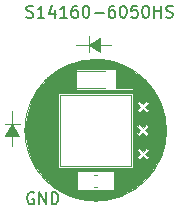
<source format=gbr>
%TF.GenerationSoftware,KiCad,Pcbnew,8.0.2-1*%
%TF.CreationDate,2024-08-19T13:09:19-04:00*%
%TF.ProjectId,Untitled,556e7469-746c-4656-942e-6b696361645f,rev?*%
%TF.SameCoordinates,Original*%
%TF.FileFunction,Legend,Top*%
%TF.FilePolarity,Positive*%
%FSLAX46Y46*%
G04 Gerber Fmt 4.6, Leading zero omitted, Abs format (unit mm)*
G04 Created by KiCad (PCBNEW 8.0.2-1) date 2024-08-19 13:09:19*
%MOMM*%
%LPD*%
G01*
G04 APERTURE LIST*
%ADD10C,0.150000*%
%ADD11C,0.120000*%
%ADD12C,0.200000*%
G04 APERTURE END LIST*
D10*
X97889160Y-48422200D02*
X98032017Y-48469819D01*
X98032017Y-48469819D02*
X98270112Y-48469819D01*
X98270112Y-48469819D02*
X98365350Y-48422200D01*
X98365350Y-48422200D02*
X98412969Y-48374580D01*
X98412969Y-48374580D02*
X98460588Y-48279342D01*
X98460588Y-48279342D02*
X98460588Y-48184104D01*
X98460588Y-48184104D02*
X98412969Y-48088866D01*
X98412969Y-48088866D02*
X98365350Y-48041247D01*
X98365350Y-48041247D02*
X98270112Y-47993628D01*
X98270112Y-47993628D02*
X98079636Y-47946009D01*
X98079636Y-47946009D02*
X97984398Y-47898390D01*
X97984398Y-47898390D02*
X97936779Y-47850771D01*
X97936779Y-47850771D02*
X97889160Y-47755533D01*
X97889160Y-47755533D02*
X97889160Y-47660295D01*
X97889160Y-47660295D02*
X97936779Y-47565057D01*
X97936779Y-47565057D02*
X97984398Y-47517438D01*
X97984398Y-47517438D02*
X98079636Y-47469819D01*
X98079636Y-47469819D02*
X98317731Y-47469819D01*
X98317731Y-47469819D02*
X98460588Y-47517438D01*
X99412969Y-48469819D02*
X98841541Y-48469819D01*
X99127255Y-48469819D02*
X99127255Y-47469819D01*
X99127255Y-47469819D02*
X99032017Y-47612676D01*
X99032017Y-47612676D02*
X98936779Y-47707914D01*
X98936779Y-47707914D02*
X98841541Y-47755533D01*
X100270112Y-47803152D02*
X100270112Y-48469819D01*
X100032017Y-47422200D02*
X99793922Y-48136485D01*
X99793922Y-48136485D02*
X100412969Y-48136485D01*
X101317731Y-48469819D02*
X100746303Y-48469819D01*
X101032017Y-48469819D02*
X101032017Y-47469819D01*
X101032017Y-47469819D02*
X100936779Y-47612676D01*
X100936779Y-47612676D02*
X100841541Y-47707914D01*
X100841541Y-47707914D02*
X100746303Y-47755533D01*
X102174874Y-47469819D02*
X101984398Y-47469819D01*
X101984398Y-47469819D02*
X101889160Y-47517438D01*
X101889160Y-47517438D02*
X101841541Y-47565057D01*
X101841541Y-47565057D02*
X101746303Y-47707914D01*
X101746303Y-47707914D02*
X101698684Y-47898390D01*
X101698684Y-47898390D02*
X101698684Y-48279342D01*
X101698684Y-48279342D02*
X101746303Y-48374580D01*
X101746303Y-48374580D02*
X101793922Y-48422200D01*
X101793922Y-48422200D02*
X101889160Y-48469819D01*
X101889160Y-48469819D02*
X102079636Y-48469819D01*
X102079636Y-48469819D02*
X102174874Y-48422200D01*
X102174874Y-48422200D02*
X102222493Y-48374580D01*
X102222493Y-48374580D02*
X102270112Y-48279342D01*
X102270112Y-48279342D02*
X102270112Y-48041247D01*
X102270112Y-48041247D02*
X102222493Y-47946009D01*
X102222493Y-47946009D02*
X102174874Y-47898390D01*
X102174874Y-47898390D02*
X102079636Y-47850771D01*
X102079636Y-47850771D02*
X101889160Y-47850771D01*
X101889160Y-47850771D02*
X101793922Y-47898390D01*
X101793922Y-47898390D02*
X101746303Y-47946009D01*
X101746303Y-47946009D02*
X101698684Y-48041247D01*
X102889160Y-47469819D02*
X102984398Y-47469819D01*
X102984398Y-47469819D02*
X103079636Y-47517438D01*
X103079636Y-47517438D02*
X103127255Y-47565057D01*
X103127255Y-47565057D02*
X103174874Y-47660295D01*
X103174874Y-47660295D02*
X103222493Y-47850771D01*
X103222493Y-47850771D02*
X103222493Y-48088866D01*
X103222493Y-48088866D02*
X103174874Y-48279342D01*
X103174874Y-48279342D02*
X103127255Y-48374580D01*
X103127255Y-48374580D02*
X103079636Y-48422200D01*
X103079636Y-48422200D02*
X102984398Y-48469819D01*
X102984398Y-48469819D02*
X102889160Y-48469819D01*
X102889160Y-48469819D02*
X102793922Y-48422200D01*
X102793922Y-48422200D02*
X102746303Y-48374580D01*
X102746303Y-48374580D02*
X102698684Y-48279342D01*
X102698684Y-48279342D02*
X102651065Y-48088866D01*
X102651065Y-48088866D02*
X102651065Y-47850771D01*
X102651065Y-47850771D02*
X102698684Y-47660295D01*
X102698684Y-47660295D02*
X102746303Y-47565057D01*
X102746303Y-47565057D02*
X102793922Y-47517438D01*
X102793922Y-47517438D02*
X102889160Y-47469819D01*
X103651065Y-48088866D02*
X104412970Y-48088866D01*
X105317731Y-47469819D02*
X105127255Y-47469819D01*
X105127255Y-47469819D02*
X105032017Y-47517438D01*
X105032017Y-47517438D02*
X104984398Y-47565057D01*
X104984398Y-47565057D02*
X104889160Y-47707914D01*
X104889160Y-47707914D02*
X104841541Y-47898390D01*
X104841541Y-47898390D02*
X104841541Y-48279342D01*
X104841541Y-48279342D02*
X104889160Y-48374580D01*
X104889160Y-48374580D02*
X104936779Y-48422200D01*
X104936779Y-48422200D02*
X105032017Y-48469819D01*
X105032017Y-48469819D02*
X105222493Y-48469819D01*
X105222493Y-48469819D02*
X105317731Y-48422200D01*
X105317731Y-48422200D02*
X105365350Y-48374580D01*
X105365350Y-48374580D02*
X105412969Y-48279342D01*
X105412969Y-48279342D02*
X105412969Y-48041247D01*
X105412969Y-48041247D02*
X105365350Y-47946009D01*
X105365350Y-47946009D02*
X105317731Y-47898390D01*
X105317731Y-47898390D02*
X105222493Y-47850771D01*
X105222493Y-47850771D02*
X105032017Y-47850771D01*
X105032017Y-47850771D02*
X104936779Y-47898390D01*
X104936779Y-47898390D02*
X104889160Y-47946009D01*
X104889160Y-47946009D02*
X104841541Y-48041247D01*
X106032017Y-47469819D02*
X106127255Y-47469819D01*
X106127255Y-47469819D02*
X106222493Y-47517438D01*
X106222493Y-47517438D02*
X106270112Y-47565057D01*
X106270112Y-47565057D02*
X106317731Y-47660295D01*
X106317731Y-47660295D02*
X106365350Y-47850771D01*
X106365350Y-47850771D02*
X106365350Y-48088866D01*
X106365350Y-48088866D02*
X106317731Y-48279342D01*
X106317731Y-48279342D02*
X106270112Y-48374580D01*
X106270112Y-48374580D02*
X106222493Y-48422200D01*
X106222493Y-48422200D02*
X106127255Y-48469819D01*
X106127255Y-48469819D02*
X106032017Y-48469819D01*
X106032017Y-48469819D02*
X105936779Y-48422200D01*
X105936779Y-48422200D02*
X105889160Y-48374580D01*
X105889160Y-48374580D02*
X105841541Y-48279342D01*
X105841541Y-48279342D02*
X105793922Y-48088866D01*
X105793922Y-48088866D02*
X105793922Y-47850771D01*
X105793922Y-47850771D02*
X105841541Y-47660295D01*
X105841541Y-47660295D02*
X105889160Y-47565057D01*
X105889160Y-47565057D02*
X105936779Y-47517438D01*
X105936779Y-47517438D02*
X106032017Y-47469819D01*
X107270112Y-47469819D02*
X106793922Y-47469819D01*
X106793922Y-47469819D02*
X106746303Y-47946009D01*
X106746303Y-47946009D02*
X106793922Y-47898390D01*
X106793922Y-47898390D02*
X106889160Y-47850771D01*
X106889160Y-47850771D02*
X107127255Y-47850771D01*
X107127255Y-47850771D02*
X107222493Y-47898390D01*
X107222493Y-47898390D02*
X107270112Y-47946009D01*
X107270112Y-47946009D02*
X107317731Y-48041247D01*
X107317731Y-48041247D02*
X107317731Y-48279342D01*
X107317731Y-48279342D02*
X107270112Y-48374580D01*
X107270112Y-48374580D02*
X107222493Y-48422200D01*
X107222493Y-48422200D02*
X107127255Y-48469819D01*
X107127255Y-48469819D02*
X106889160Y-48469819D01*
X106889160Y-48469819D02*
X106793922Y-48422200D01*
X106793922Y-48422200D02*
X106746303Y-48374580D01*
X107936779Y-47469819D02*
X108032017Y-47469819D01*
X108032017Y-47469819D02*
X108127255Y-47517438D01*
X108127255Y-47517438D02*
X108174874Y-47565057D01*
X108174874Y-47565057D02*
X108222493Y-47660295D01*
X108222493Y-47660295D02*
X108270112Y-47850771D01*
X108270112Y-47850771D02*
X108270112Y-48088866D01*
X108270112Y-48088866D02*
X108222493Y-48279342D01*
X108222493Y-48279342D02*
X108174874Y-48374580D01*
X108174874Y-48374580D02*
X108127255Y-48422200D01*
X108127255Y-48422200D02*
X108032017Y-48469819D01*
X108032017Y-48469819D02*
X107936779Y-48469819D01*
X107936779Y-48469819D02*
X107841541Y-48422200D01*
X107841541Y-48422200D02*
X107793922Y-48374580D01*
X107793922Y-48374580D02*
X107746303Y-48279342D01*
X107746303Y-48279342D02*
X107698684Y-48088866D01*
X107698684Y-48088866D02*
X107698684Y-47850771D01*
X107698684Y-47850771D02*
X107746303Y-47660295D01*
X107746303Y-47660295D02*
X107793922Y-47565057D01*
X107793922Y-47565057D02*
X107841541Y-47517438D01*
X107841541Y-47517438D02*
X107936779Y-47469819D01*
X108698684Y-48469819D02*
X108698684Y-47469819D01*
X108698684Y-47946009D02*
X109270112Y-47946009D01*
X109270112Y-48469819D02*
X109270112Y-47469819D01*
X109698684Y-48422200D02*
X109841541Y-48469819D01*
X109841541Y-48469819D02*
X110079636Y-48469819D01*
X110079636Y-48469819D02*
X110174874Y-48422200D01*
X110174874Y-48422200D02*
X110222493Y-48374580D01*
X110222493Y-48374580D02*
X110270112Y-48279342D01*
X110270112Y-48279342D02*
X110270112Y-48184104D01*
X110270112Y-48184104D02*
X110222493Y-48088866D01*
X110222493Y-48088866D02*
X110174874Y-48041247D01*
X110174874Y-48041247D02*
X110079636Y-47993628D01*
X110079636Y-47993628D02*
X109889160Y-47946009D01*
X109889160Y-47946009D02*
X109793922Y-47898390D01*
X109793922Y-47898390D02*
X109746303Y-47850771D01*
X109746303Y-47850771D02*
X109698684Y-47755533D01*
X109698684Y-47755533D02*
X109698684Y-47660295D01*
X109698684Y-47660295D02*
X109746303Y-47565057D01*
X109746303Y-47565057D02*
X109793922Y-47517438D01*
X109793922Y-47517438D02*
X109889160Y-47469819D01*
X109889160Y-47469819D02*
X110127255Y-47469819D01*
X110127255Y-47469819D02*
X110270112Y-47517438D01*
X98500588Y-63302438D02*
X98405350Y-63254819D01*
X98405350Y-63254819D02*
X98262493Y-63254819D01*
X98262493Y-63254819D02*
X98119636Y-63302438D01*
X98119636Y-63302438D02*
X98024398Y-63397676D01*
X98024398Y-63397676D02*
X97976779Y-63492914D01*
X97976779Y-63492914D02*
X97929160Y-63683390D01*
X97929160Y-63683390D02*
X97929160Y-63826247D01*
X97929160Y-63826247D02*
X97976779Y-64016723D01*
X97976779Y-64016723D02*
X98024398Y-64111961D01*
X98024398Y-64111961D02*
X98119636Y-64207200D01*
X98119636Y-64207200D02*
X98262493Y-64254819D01*
X98262493Y-64254819D02*
X98357731Y-64254819D01*
X98357731Y-64254819D02*
X98500588Y-64207200D01*
X98500588Y-64207200D02*
X98548207Y-64159580D01*
X98548207Y-64159580D02*
X98548207Y-63826247D01*
X98548207Y-63826247D02*
X98357731Y-63826247D01*
X98976779Y-64254819D02*
X98976779Y-63254819D01*
X98976779Y-63254819D02*
X99548207Y-64254819D01*
X99548207Y-64254819D02*
X99548207Y-63254819D01*
X100024398Y-64254819D02*
X100024398Y-63254819D01*
X100024398Y-63254819D02*
X100262493Y-63254819D01*
X100262493Y-63254819D02*
X100405350Y-63302438D01*
X100405350Y-63302438D02*
X100500588Y-63397676D01*
X100500588Y-63397676D02*
X100548207Y-63492914D01*
X100548207Y-63492914D02*
X100595826Y-63683390D01*
X100595826Y-63683390D02*
X100595826Y-63826247D01*
X100595826Y-63826247D02*
X100548207Y-64016723D01*
X100548207Y-64016723D02*
X100500588Y-64111961D01*
X100500588Y-64111961D02*
X100405350Y-64207200D01*
X100405350Y-64207200D02*
X100262493Y-64254819D01*
X100262493Y-64254819D02*
X100024398Y-64254819D01*
D11*
%TO.C,REF\u002A\u002A*%
X96065000Y-57460000D02*
X97365000Y-57460000D01*
X96665000Y-56360000D02*
X96665000Y-59360000D01*
X99815000Y-61435000D02*
X99815000Y-54585000D01*
X100540000Y-54810000D02*
X100540000Y-61210000D01*
X100540000Y-61210000D02*
X106940000Y-61210000D01*
X102040000Y-50760000D02*
X105040000Y-50760000D01*
X102080000Y-52990000D02*
X102080000Y-54460000D01*
X102080000Y-54460000D02*
X104540000Y-54460000D01*
X103140000Y-51360000D02*
X103140000Y-50060000D01*
X103599420Y-61750000D02*
X103880580Y-61750000D01*
X103599420Y-62770000D02*
X103880580Y-62770000D01*
X104540000Y-52990000D02*
X102080000Y-52990000D01*
X106940000Y-54810000D02*
X100540000Y-54810000D01*
X106940000Y-61210000D02*
X106940000Y-54810000D01*
X100440000Y-54560000D02*
X106940000Y-54560000D01*
X106940000Y-54810000D01*
X100440000Y-54810000D01*
X100440000Y-54560000D01*
G36*
X100440000Y-54560000D02*
G01*
X106940000Y-54560000D01*
X106940000Y-54810000D01*
X100440000Y-54810000D01*
X100440000Y-54560000D01*
G37*
X100740000Y-55010000D02*
X106740000Y-55010000D01*
X106740000Y-61010000D01*
X100740000Y-61010000D01*
X100740000Y-55010000D01*
X102140000Y-61210000D02*
X105290000Y-61210000D01*
X105290000Y-61460000D01*
X102140000Y-61460000D01*
X102140000Y-61210000D01*
G36*
X102140000Y-61210000D02*
G01*
X105290000Y-61210000D01*
X105290000Y-61460000D01*
X102140000Y-61460000D01*
X102140000Y-61210000D01*
G37*
X106940000Y-54560000D02*
X107190000Y-54560000D01*
X107190000Y-61210000D01*
X106940000Y-61210000D01*
X106940000Y-54560000D01*
G36*
X106940000Y-54560000D02*
G01*
X107190000Y-54560000D01*
X107190000Y-61210000D01*
X106940000Y-61210000D01*
X106940000Y-54560000D01*
G37*
X108340000Y-57385000D02*
X107115000Y-57385000D01*
X107115000Y-56610000D01*
X108340000Y-56610000D01*
X108340000Y-57385000D01*
G36*
X108340000Y-57385000D02*
G01*
X107115000Y-57385000D01*
X107115000Y-56610000D01*
X108340000Y-56610000D01*
X108340000Y-57385000D01*
G37*
X108340000Y-58610000D02*
X107115000Y-58610000D01*
X107115000Y-59410000D01*
X108340000Y-59410000D01*
X108340000Y-58610000D01*
G36*
X108340000Y-58610000D02*
G01*
X107115000Y-58610000D01*
X107115000Y-59410000D01*
X108340000Y-59410000D01*
X108340000Y-58610000D01*
G37*
X109740000Y-58010000D02*
G75*
G02*
X97740000Y-58010000I-6000000J0D01*
G01*
X97740000Y-58010000D02*
G75*
G02*
X109740000Y-58010000I6000000J0D01*
G01*
X97265000Y-58460000D02*
X96065000Y-58460000D01*
X96665000Y-57460000D01*
X97265000Y-58460000D01*
G36*
X97265000Y-58460000D02*
G01*
X96065000Y-58460000D01*
X96665000Y-57460000D01*
X97265000Y-58460000D01*
G37*
X104140000Y-51360000D02*
X103140000Y-50760000D01*
X104140000Y-50160000D01*
X104140000Y-51360000D01*
G36*
X104140000Y-51360000D02*
G01*
X103140000Y-50760000D01*
X104140000Y-50160000D01*
X104140000Y-51360000D01*
G37*
X108490000Y-61560000D02*
X107840000Y-62310000D01*
X107290000Y-62760000D01*
X106690000Y-63160000D01*
X105890000Y-63560000D01*
X105290000Y-63710000D01*
X105290000Y-61210000D01*
X106940000Y-61210000D01*
X107240000Y-60610000D01*
X108390000Y-60610000D01*
X108490000Y-61560000D01*
G36*
X108490000Y-61560000D02*
G01*
X107840000Y-62310000D01*
X107290000Y-62760000D01*
X106690000Y-63160000D01*
X105890000Y-63560000D01*
X105290000Y-63710000D01*
X105290000Y-61210000D01*
X106940000Y-61210000D01*
X107240000Y-60610000D01*
X108390000Y-60610000D01*
X108490000Y-61560000D01*
G37*
X100540000Y-54810000D02*
X100540000Y-61210000D01*
X99740000Y-62360000D01*
X99090000Y-61660000D01*
X98390000Y-60610000D01*
X97890000Y-59060000D01*
X97790000Y-58010000D01*
X97890000Y-56960000D01*
X98240000Y-55710000D01*
X98790000Y-54660000D01*
X99440000Y-53910000D01*
X100540000Y-54810000D01*
G36*
X100540000Y-54810000D02*
G01*
X100540000Y-61210000D01*
X99740000Y-62360000D01*
X99090000Y-61660000D01*
X98390000Y-60610000D01*
X97890000Y-59060000D01*
X97790000Y-58010000D01*
X97890000Y-56960000D01*
X98240000Y-55710000D01*
X98790000Y-54660000D01*
X99440000Y-53910000D01*
X100540000Y-54810000D01*
G37*
X102190000Y-63060000D02*
X105290000Y-63060000D01*
X105340000Y-63760000D01*
X104740000Y-63860000D01*
X104290000Y-63910000D01*
X103140000Y-63910000D01*
X102040000Y-63710000D01*
X100890000Y-63260000D01*
X99790000Y-62510000D01*
X99840000Y-61210000D01*
X102190000Y-61210000D01*
X102190000Y-63060000D01*
G36*
X102190000Y-63060000D02*
G01*
X105290000Y-63060000D01*
X105340000Y-63760000D01*
X104740000Y-63860000D01*
X104290000Y-63910000D01*
X103140000Y-63910000D01*
X102040000Y-63710000D01*
X100890000Y-63260000D01*
X99790000Y-62510000D01*
X99840000Y-61210000D01*
X102190000Y-61210000D01*
X102190000Y-63060000D01*
G37*
X107990000Y-53860000D02*
X108690000Y-54760000D01*
X109040000Y-55360000D01*
X109390000Y-56160000D01*
X109590000Y-57010000D01*
X109690000Y-57960000D01*
X109590000Y-59060000D01*
X109240000Y-60260000D01*
X108640000Y-61360000D01*
X108490000Y-61560000D01*
X108390000Y-60610000D01*
X108340000Y-55410000D01*
X106940000Y-55410000D01*
X106940000Y-54460000D01*
X107090000Y-53160000D01*
X107990000Y-53860000D01*
G36*
X107990000Y-53860000D02*
G01*
X108690000Y-54760000D01*
X109040000Y-55360000D01*
X109390000Y-56160000D01*
X109590000Y-57010000D01*
X109690000Y-57960000D01*
X109590000Y-59060000D01*
X109240000Y-60260000D01*
X108640000Y-61360000D01*
X108490000Y-61560000D01*
X108390000Y-60610000D01*
X108340000Y-55410000D01*
X106940000Y-55410000D01*
X106940000Y-54460000D01*
X107090000Y-53160000D01*
X107990000Y-53860000D01*
G37*
D12*
X105340000Y-52260000D02*
X106240000Y-52610000D01*
X106990000Y-53010000D01*
X107140000Y-54460000D01*
X105540000Y-54460000D01*
X105540000Y-52810000D01*
X102090000Y-52810000D01*
X102090000Y-52910000D01*
X102040000Y-54510000D01*
X99840000Y-54560000D01*
X99490000Y-53860000D01*
X99640000Y-53660000D01*
X100640000Y-52910000D01*
X101790000Y-52360000D01*
X103090000Y-52110000D01*
X104240000Y-52060000D01*
X105340000Y-52260000D01*
G36*
X105340000Y-52260000D02*
G01*
X106240000Y-52610000D01*
X106990000Y-53010000D01*
X107140000Y-54460000D01*
X105540000Y-54460000D01*
X105540000Y-52810000D01*
X102090000Y-52810000D01*
X102090000Y-52910000D01*
X102040000Y-54510000D01*
X99840000Y-54560000D01*
X99490000Y-53860000D01*
X99640000Y-53660000D01*
X100640000Y-52910000D01*
X101790000Y-52360000D01*
X103090000Y-52110000D01*
X104240000Y-52060000D01*
X105340000Y-52260000D01*
G37*
D11*
X108340000Y-56610000D02*
X107440000Y-56610000D01*
X107440000Y-56510000D01*
X107740000Y-56210000D01*
X108040000Y-56510000D01*
X108240000Y-56310000D01*
X107940000Y-56010000D01*
X108240000Y-55710000D01*
X108040000Y-55510000D01*
X107740000Y-55810000D01*
X107440000Y-55510000D01*
X107240000Y-55710000D01*
X107540000Y-56010000D01*
X107240000Y-56310000D01*
X107390000Y-56460000D01*
X107415000Y-56610000D01*
X107140000Y-56610000D01*
X107140000Y-55410000D01*
X108340000Y-55410000D01*
X108340000Y-56610000D01*
G36*
X108340000Y-56610000D02*
G01*
X107440000Y-56610000D01*
X107440000Y-56510000D01*
X107740000Y-56210000D01*
X108040000Y-56510000D01*
X108240000Y-56310000D01*
X107940000Y-56010000D01*
X108240000Y-55710000D01*
X108040000Y-55510000D01*
X107740000Y-55810000D01*
X107440000Y-55510000D01*
X107240000Y-55710000D01*
X107540000Y-56010000D01*
X107240000Y-56310000D01*
X107390000Y-56460000D01*
X107415000Y-56610000D01*
X107140000Y-56610000D01*
X107140000Y-55410000D01*
X108340000Y-55410000D01*
X108340000Y-56610000D01*
G37*
X108340000Y-58610000D02*
X107440000Y-58610000D01*
X107440000Y-58510000D01*
X107740000Y-58210000D01*
X108040000Y-58510000D01*
X108240000Y-58310000D01*
X107940000Y-58010000D01*
X108240000Y-57710000D01*
X108040000Y-57510000D01*
X107740000Y-57810000D01*
X107440000Y-57510000D01*
X107240000Y-57710000D01*
X107540000Y-58010000D01*
X107240000Y-58310000D01*
X107390000Y-58460000D01*
X107415000Y-58610000D01*
X107140000Y-58610000D01*
X107140000Y-57410000D01*
X108340000Y-57410000D01*
X108340000Y-58610000D01*
G36*
X108340000Y-58610000D02*
G01*
X107440000Y-58610000D01*
X107440000Y-58510000D01*
X107740000Y-58210000D01*
X108040000Y-58510000D01*
X108240000Y-58310000D01*
X107940000Y-58010000D01*
X108240000Y-57710000D01*
X108040000Y-57510000D01*
X107740000Y-57810000D01*
X107440000Y-57510000D01*
X107240000Y-57710000D01*
X107540000Y-58010000D01*
X107240000Y-58310000D01*
X107390000Y-58460000D01*
X107415000Y-58610000D01*
X107140000Y-58610000D01*
X107140000Y-57410000D01*
X108340000Y-57410000D01*
X108340000Y-58610000D01*
G37*
X108340000Y-60610000D02*
X107440000Y-60610000D01*
X107440000Y-60510000D01*
X107740000Y-60210000D01*
X108040000Y-60510000D01*
X108240000Y-60310000D01*
X107940000Y-60010000D01*
X108240000Y-59710000D01*
X108040000Y-59510000D01*
X107740000Y-59810000D01*
X107440000Y-59510000D01*
X107240000Y-59710000D01*
X107540000Y-60010000D01*
X107240000Y-60310000D01*
X107390000Y-60460000D01*
X107415000Y-60610000D01*
X107140000Y-60610000D01*
X107140000Y-59410000D01*
X108340000Y-59410000D01*
X108340000Y-60610000D01*
G36*
X108340000Y-60610000D02*
G01*
X107440000Y-60610000D01*
X107440000Y-60510000D01*
X107740000Y-60210000D01*
X108040000Y-60510000D01*
X108240000Y-60310000D01*
X107940000Y-60010000D01*
X108240000Y-59710000D01*
X108040000Y-59510000D01*
X107740000Y-59810000D01*
X107440000Y-59510000D01*
X107240000Y-59710000D01*
X107540000Y-60010000D01*
X107240000Y-60310000D01*
X107390000Y-60460000D01*
X107415000Y-60610000D01*
X107140000Y-60610000D01*
X107140000Y-59410000D01*
X108340000Y-59410000D01*
X108340000Y-60610000D01*
G37*
%TD*%
M02*

</source>
